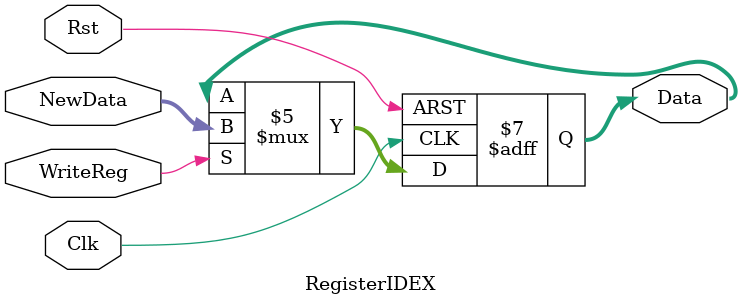
<source format=v>
`timescale 1ns / 1ps


module RegisterIDEX(WriteReg,NewData,Data,Clk,Rst);
    input WriteReg,Clk,Rst;
    input [268:0] NewData;
    output reg [268:0] Data;
    always @(posedge Clk or posedge Rst) begin
        if(Rst==1)
            Data <= 269'b0;
        else if(WriteReg==1)
            Data <= NewData;
        else
            Data <= Data;
    end
endmodule

</source>
